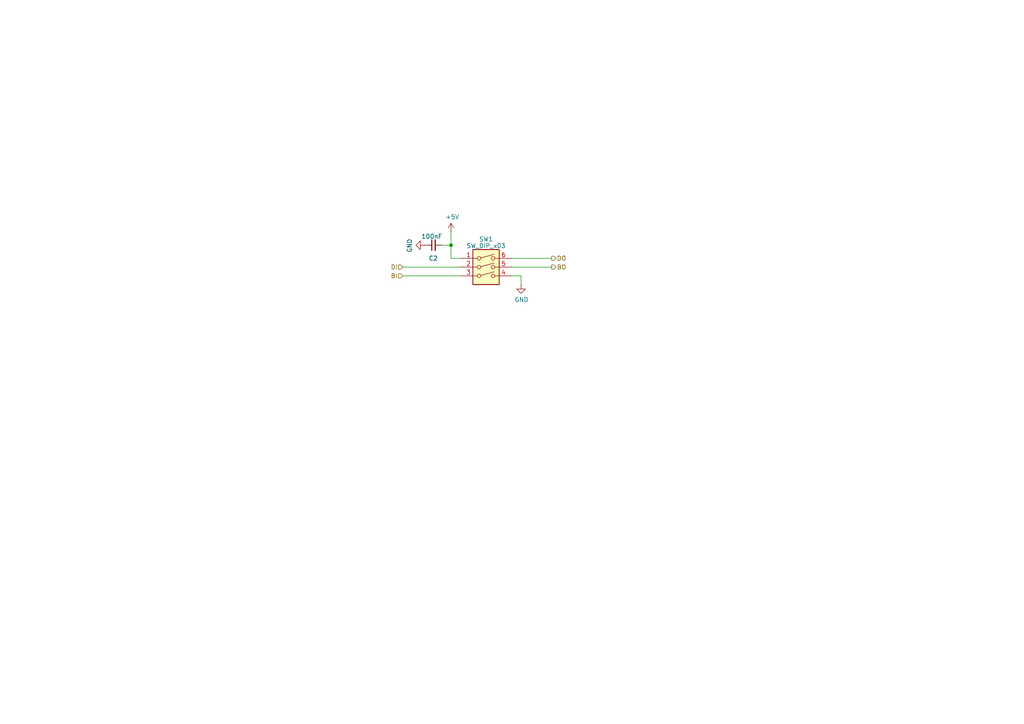
<source format=kicad_sch>
(kicad_sch (version 20230121) (generator eeschema)
  (paper "A4")
  (lib_symbols
    (symbol "Device:C_Small" (pin_numbers hide) (pin_names (offset 0.254) hide)
      (property "Reference" "C" (at 0.254 1.778 0))
      (property "Value" "Device_C_Small" (at 0.254 -2.032 0))
      (symbol "C_Small_0_1"
        (polyline (pts (xy -1.524 -0.508) (xy 1.524 -0.508)) (stroke (width 0.3302)))
        (polyline (pts (xy -1.524 0.508) (xy 1.524 0.508)) (stroke (width 0.3048)))
      )
      (symbol "C_Small_1_1"
        (pin passive line (at 0 2.54 270) (length 2.032) (name "~") (number "1"))
        (pin passive line (at 0 -2.54 90) (length 2.032) (name "~") (number "2"))
      )
    )
    (symbol "Switch:SW_DIP_x03" (pin_names (offset 0) hide)
      (property "Reference" "SW" (at 0 8.89 0))
      (property "Value" "SW_DIP_x03" (at 0 -3.81 0))
      (symbol "SW_DIP_x03_0_0"
        (circle (center -2.032 0) (radius 0.508))
        (circle (center -2.032 2.54) (radius 0.508))
        (circle (center -2.032 5.08) (radius 0.508))
        (polyline (pts (xy -1.524 0.127) (xy 2.3622 1.1684)))
        (polyline (pts (xy -1.524 2.667) (xy 2.3622 3.7084)))
        (polyline (pts (xy -1.524 5.207) (xy 2.3622 6.2484)))
        (circle (center 2.032 0) (radius 0.508))
        (circle (center 2.032 2.54) (radius 0.508))
        (circle (center 2.032 5.08) (radius 0.508))
      )
      (symbol "SW_DIP_x03_0_1"
        (rectangle (start -3.81 7.62) (end 3.81 -2.54) (stroke (width 0.254)) (fill (type background)))
      )
      (symbol "SW_DIP_x03_1_1"
        (pin passive line (at -7.62 5.08 0) (length 5.08) (name "~") (number "1"))
        (pin passive line (at -7.62 2.54 0) (length 5.08) (name "~") (number "2"))
        (pin passive line (at -7.62 0 0) (length 5.08) (name "~") (number "3"))
        (pin passive line (at 7.62 0 180) (length 5.08) (name "~") (number "4"))
        (pin passive line (at 7.62 2.54 180) (length 5.08) (name "~") (number "5"))
        (pin passive line (at 7.62 5.08 180) (length 5.08) (name "~") (number "6"))
      )
    )
    (symbol "power:+5V" (power) (pin_names (offset 0))
      (property "Value" "power_+5V" (at 0 3.556 0))
      (symbol "+5V_0_1"
        (polyline (pts (xy -0.762 1.27) (xy 0 2.54)))
        (polyline (pts (xy 0 0) (xy 0 2.54)))
        (polyline (pts (xy 0 2.54) (xy 0.762 1.27)))
      )
      (symbol "+5V_1_1"
        (pin power_in line (at 0 0 90) (length 0) hide (name "+5V") (number "1"))
      )
    )
    (symbol "power:GND" (power) (pin_names (offset 0))
      (property "Value" "power_GND" (at 0 -3.81 0))
      (symbol "GND_0_1"
        (polyline (pts (xy 0 0) (xy 0 -1.27) (xy 1.27 -1.27) (xy 0 -2.54) (xy -1.27 -1.27) (xy 0 -1.27)))
      )
      (symbol "GND_1_1"
        (pin power_in line (at 0 0 270) (length 0) hide (name "GND") (number "1"))
      )
    )
  )
  (junction (at 130.81 71.12))
  (wire (pts (xy 116.84 80.01) (xy 133.35 80.01)))
  (wire (pts (xy 130.81 71.12) (xy 130.81 74.93)))
  (wire (pts (xy 130.81 67.31) (xy 130.81 71.12)))
  (wire (pts (xy 148.59 77.47) (xy 160.02 77.47)))
  (wire (pts (xy 148.59 80.01) (xy 151.13 80.01)))
  (wire (pts (xy 116.84 77.47) (xy 133.35 77.47)))
  (wire (pts (xy 128.27 71.12) (xy 130.81 71.12)))
  (wire (pts (xy 151.13 82.55) (xy 151.13 80.01)))
  (wire (pts (xy 130.81 74.93) (xy 133.35 74.93)))
  (wire (pts (xy 148.59 74.93) (xy 160.02 74.93)))
  (hierarchical_label "DO" (shape output) (at 160.02 74.93 0))
  (hierarchical_label "BO" (shape output) (at 160.02 77.47 0))
  (hierarchical_label "BI" (shape input) (at 116.84 80.01 180))
  (hierarchical_label "DI" (shape input) (at 116.84 77.47 180))
  (symbol (lib_id "power:GND") (at 151.13 82.55 0) (unit 1)
    (property "Reference" "#PWR020" (effects hide))
    (property "Value" "GND" (at 151.257 86.9442 0))
    (instances (project "Mitjamic-tester" (path "" (reference "#PWR020") (unit 1)) (path "" (reference "#PWR071") (unit 1)) (path "" (reference "#PWR028") (unit 1)) (path "" (reference "#PWR037") (unit 1)) (path "" (reference "#PWR034") (unit 1)) (path "" (reference "#PWR031") (unit 1))))
  )
  (symbol (lib_id "power:GND") (at 123.19 71.12 270) (unit 1)
    (property "Reference" "#PWR019" (effects hide))
    (property "Value" "GND" (at 118.7958 71.247 0))
    (instances (project "Mitjamic-tester" (path "" (reference "#PWR019") (unit 1)) (path "" (reference "#PWR070") (unit 1)) (path "" (reference "#PWR027") (unit 1)) (path "" (reference "#PWR036") (unit 1)) (path "" (reference "#PWR033") (unit 1)) (path "" (reference "#PWR030") (unit 1))))
  )
  (symbol (lib_id "Device:C_Small") (at 125.73 71.12 90) (unit 1)
    (property "Reference" "C2" (at 127 74.93 90) (effects (justify left)))
    (property "Value" "100nF" (at 128.27 68.58 90) (effects (justify left)))
    (property "Footprint" "Capacitor_SMD:C_0402_1005Metric" (effects hide))
    (property "LCSC" "C1525" (effects hide))
    (instances (project "Mitjamic-tester" (path "" (reference "C2") (unit 1)) (path "" (reference "C26") (unit 1)) (path "" (reference "C6") (unit 1)) (path "" (reference "C9") (unit 1)) (path "" (reference "C8") (unit 1)) (path "" (reference "C7") (unit 1))))
  )
  (symbol (lib_id "Switch:SW_DIP_x03") (at 140.97 80.01 0) (unit 1)
    (property "Reference" "SW1" (at 140.97 69.3801 0))
    (property "Value" "SW_DIP_x03" (at 140.97 71.3011 0))
    (property "Footprint" "Transformer_SMD:Pulse_PA2004NL" (effects hide))
    (instances (project "Mitjamic-tester" (path "" (reference "SW1") (unit 1)) (path "" (reference "SW2") (unit 1)) (path "" (reference "SW3") (unit 1)) (path "" (reference "SW4") (unit 1)) (path "" (reference "SW5") (unit 1)) (path "" (reference "SW6") (unit 1))))
  )
  (symbol (lib_id "power:+5V") (at 130.81 67.31 0) (unit 1)
    (property "Reference" "#PWR018" (effects hide))
    (property "Value" "+5V" (at 131.191 62.9158 0))
    (instances (project "Mitjamic-tester" (path "" (reference "#PWR018") (unit 1)) (path "" (reference "#PWR069") (unit 1)) (path "" (reference "#PWR026") (unit 1)) (path "" (reference "#PWR035") (unit 1)) (path "" (reference "#PWR032") (unit 1)) (path "" (reference "#PWR029") (unit 1))))
  )
)
</source>
